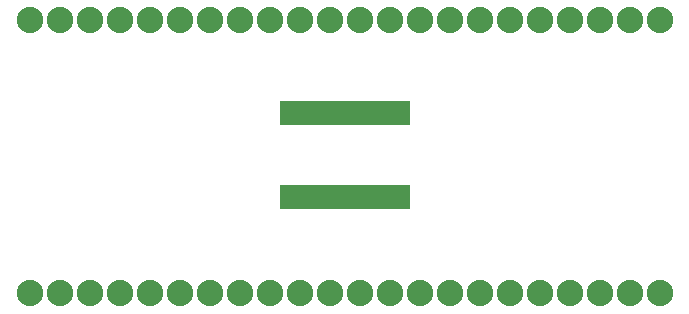
<source format=gts>
G04 EAGLE Gerber RS-274X export*
G75*
%MOMM*%
%FSLAX34Y34*%
%LPD*%
%INSoldermask Top*%
%IPPOS*%
%AMOC8*
5,1,8,0,0,1.08239X$1,22.5*%
G01*
%ADD10R,0.503200X2.003200*%
%ADD11C,2.235200*%


D10*
X244680Y114360D03*
X249680Y114360D03*
X254680Y114360D03*
X259680Y114360D03*
X264680Y114360D03*
X269680Y114360D03*
X274680Y114360D03*
X279680Y114360D03*
X284680Y114360D03*
X289680Y114360D03*
X294680Y114360D03*
X299680Y114360D03*
X304680Y114360D03*
X309680Y114360D03*
X314680Y114360D03*
X319680Y114360D03*
X324680Y114360D03*
X329680Y114360D03*
X334680Y114360D03*
X339680Y114360D03*
X344680Y114360D03*
X349680Y114360D03*
X349680Y185360D03*
X344680Y185360D03*
X339680Y185360D03*
X334680Y185360D03*
X329680Y185360D03*
X324680Y185360D03*
X319680Y185360D03*
X314680Y185360D03*
X309680Y185360D03*
X304680Y185360D03*
X299680Y185360D03*
X294680Y185360D03*
X289680Y185360D03*
X284680Y185360D03*
X279680Y185360D03*
X274680Y185360D03*
X269680Y185360D03*
X264680Y185360D03*
X259680Y185360D03*
X254680Y185360D03*
X249680Y185360D03*
X244680Y185360D03*
D11*
X30480Y264160D03*
X55880Y264160D03*
X81280Y264160D03*
X106680Y264160D03*
X132080Y264160D03*
X157480Y264160D03*
X182880Y264160D03*
X208280Y264160D03*
X233680Y264160D03*
X259080Y264160D03*
X284480Y264160D03*
X309880Y264160D03*
X335280Y264160D03*
X360680Y264160D03*
X386080Y264160D03*
X411480Y264160D03*
X436880Y264160D03*
X462280Y264160D03*
X487680Y264160D03*
X513080Y264160D03*
X538480Y264160D03*
X563880Y264160D03*
X563880Y33020D03*
X538480Y33020D03*
X513080Y33020D03*
X487680Y33020D03*
X462280Y33020D03*
X436880Y33020D03*
X411480Y33020D03*
X386080Y33020D03*
X360680Y33020D03*
X335280Y33020D03*
X309880Y33020D03*
X284480Y33020D03*
X259080Y33020D03*
X233680Y33020D03*
X208280Y33020D03*
X182880Y33020D03*
X157480Y33020D03*
X132080Y33020D03*
X106680Y33020D03*
X81280Y33020D03*
X55880Y33020D03*
X30480Y33020D03*
M02*

</source>
